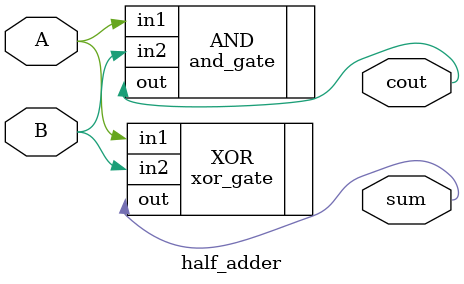
<source format=v>
`include "and_gate.v"
`include "xor_gate.v"

module half_adder(output sum, cout,
                  input A, B);

  xor_gate XOR (.out(sum), .in1(A), .in2(B));
  and_gate AND (.out(cout), .in1(A), .in2(B));

endmodule
</source>
